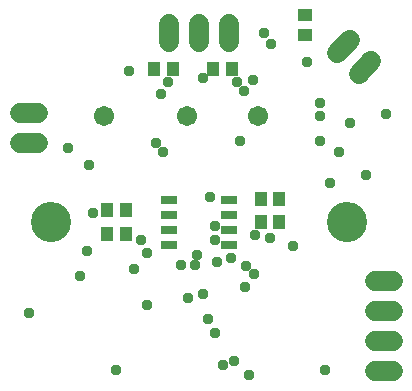
<source format=gbr>
G04 EAGLE Gerber RS-274X export*
G75*
%MOMM*%
%FSLAX34Y34*%
%LPD*%
%INSoldermask Bottom*%
%IPPOS*%
%AMOC8*
5,1,8,0,0,1.08239X$1,22.5*%
G01*
G04 Define Apertures*
%ADD10C,3.403200*%
%ADD11C,1.727200*%
%ADD12R,1.397400X0.711200*%
%ADD13R,1.001900X1.177100*%
%ADD14R,1.124100X1.173400*%
%ADD15R,1.177100X1.001900*%
%ADD16C,0.959600*%
%ADD17C,1.703200*%
D10*
X-125000Y0D03*
X125000Y0D03*
D11*
X-25400Y152380D02*
X-25400Y167620D01*
X0Y167620D02*
X0Y152380D01*
X25400Y152380D02*
X25400Y167620D01*
X-136218Y67300D02*
X-151458Y67300D01*
X-151458Y92700D02*
X-136218Y92700D01*
D12*
X25529Y19050D03*
X25529Y6350D03*
X25529Y-6350D03*
X25529Y-19050D03*
X-25529Y-19050D03*
X-25529Y-6350D03*
X-25529Y6350D03*
X-25529Y19050D03*
D13*
X-61848Y10000D03*
X-78152Y10000D03*
X-61848Y-10000D03*
X-78152Y-10000D03*
D14*
X52254Y20000D03*
X67746Y20000D03*
X52254Y0D03*
X67746Y0D03*
D11*
X148662Y-126383D02*
X163902Y-126383D01*
X163902Y-100983D02*
X148662Y-100983D01*
X148662Y-75583D02*
X163902Y-75583D01*
X163902Y-50183D02*
X148662Y-50183D01*
X117250Y143592D02*
X128026Y154368D01*
X145986Y136408D02*
X135210Y125632D01*
D13*
X11848Y130000D03*
X28152Y130000D03*
D15*
X90000Y175085D03*
X90000Y158781D03*
D13*
X-21848Y130000D03*
X-38152Y130000D03*
D16*
X46292Y-43768D03*
X-9144Y-64008D03*
X-15240Y-36576D03*
X-3048Y-36576D03*
X13812Y-93440D03*
X15240Y-33528D03*
X39127Y-54960D03*
X102108Y89916D03*
X-48768Y-15240D03*
X54864Y160020D03*
X-54864Y-39624D03*
X102108Y68580D03*
X35052Y68580D03*
X32004Y118872D03*
X-43576Y-26384D03*
X-59436Y128016D03*
X-32004Y108204D03*
X-36576Y67056D03*
X9144Y21336D03*
X-44196Y-70104D03*
X79248Y-19812D03*
X-92964Y48768D03*
X13716Y-3048D03*
X-111252Y62484D03*
X-1524Y-27432D03*
X111252Y33528D03*
X39794Y-37414D03*
D17*
X-80000Y90000D03*
X-10000Y90000D03*
X50000Y90000D03*
D16*
X91440Y135636D03*
X102108Y100584D03*
X27432Y-30480D03*
X3048Y-60960D03*
X-143684Y-76772D03*
X-100584Y-45720D03*
X45720Y120396D03*
X60960Y150876D03*
X128016Y83820D03*
X3048Y121920D03*
X141732Y39624D03*
X38100Y111252D03*
X-25908Y118872D03*
X118872Y59436D03*
X-30480Y59436D03*
X-89916Y7620D03*
X-70104Y-124968D03*
X106680Y-124968D03*
X20488Y-121191D03*
X-94488Y-24384D03*
X13716Y-15240D03*
X59979Y-13687D03*
X7744Y-82296D03*
X47244Y-10668D03*
X29576Y-117872D03*
X158496Y91440D03*
X42771Y-129200D03*
M02*

</source>
